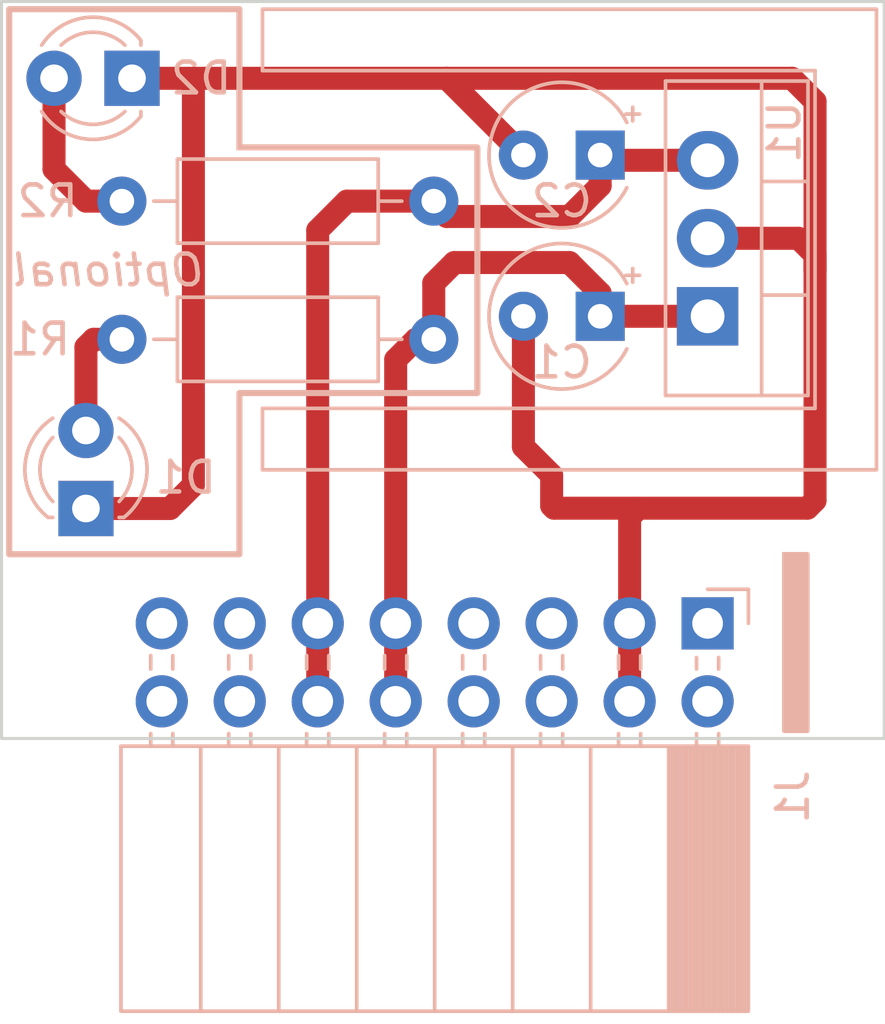
<source format=kicad_pcb>
(kicad_pcb (version 20211014) (generator pcbnew)
  (title_block (title "5V Power Bus Plugin") (date "2023-01-21") (rev "1.0"))
  (layers (0 "F.Cu" signal) (31 "B.Cu" signal) (34 "B.Paste" user) (35 "F.Paste" user) (36 "B.SilkS" user "B.Silkscreen") (37 "F.SilkS" user "F.Silkscreen") (38 "B.Mask" user) (39 "F.Mask" user) (44 "Edge.Cuts" user))
  (net 0 "")
  (net 1 "Net-(C1-Pad1)")
  (net 2 "Net-(C1-Pad2)")
  (net 3 "Net-(C2-Pad1)")
  (net 4 "Net-(D1-Pad2)")
  (net 5 "Net-(D2-Pad2)")
  (footprint "Resistor_THT:R_Axial_DIN0207_L6.3mm_D2.5mm_P10.16mm_Horizontal" (layer "B.Cu") (at 163.83 81.5 180)
    (fp_text reference "R2" (at 12.58 0) (layer "B.SilkS") (effects (justify mirror)))
    (fp_text value "150" hide)
    (fp_line (start 8.35 1.37) (end 1.81 1.37) (layer "B.SilkS") (width 0.12))
    (fp_line (start 8.35 -1.37) (end 8.35 1.37) (layer "B.SilkS") (width 0.12))
    (fp_line (start 1.81 1.37) (end 1.81 -1.37) (layer "B.SilkS") (width 0.12))
    (fp_line (start 9.12 0) (end 8.35 0) (layer "B.SilkS") (width 0.12))
    (fp_line (start 1.04 0) (end 1.81 0) (layer "B.SilkS") (width 0.12))
    (fp_line (start 1.81 -1.37) (end 8.35 -1.37) (layer "B.SilkS") (width 0.12))
    (pad "1" thru_hole circle (at 0 0 180) (size 1.6 1.6) (drill 0.8) (layers *.Cu *.Mask) (net 3 "Net-(C2-Pad1)"))
    (pad "2" thru_hole oval (at 10.16 0 180) (size 1.6 1.6) (drill 0.8) (layers *.Cu *.Mask) (net 5 "Net-(D2-Pad2)"))
  )
  (footprint "aRTyTea_Library:Heatsink KP6 Vertical" (layer "B.Cu") (at 178.25 82.75 -90)
    (fp_text reference "REF**" hide)
    (fp_text value "Heatsink KP6 Vertical" hide)
    (fp_line (start 5.5 2) (end 5.5 20) (layer "B.SilkS") (width 0.12))
    (fp_line (start 5.5 2) (end -5.5 2) (layer "B.SilkS") (width 0.12))
    (fp_line (start 7.5 20) (end 5.5 20) (layer "B.SilkS") (width 0.12))
    (fp_line (start -7.5 20) (end -7.5 0) (layer "B.SilkS") (width 0.12))
    (fp_line (start -5.5 20) (end -7.5 20) (layer "B.SilkS") (width 0.12))
    (fp_line (start 7.5 0) (end -7.5 0) (layer "B.SilkS") (width 0.12))
    (fp_line (start 7.5 0) (end 7.5 20) (layer "B.SilkS") (width 0.12))
    (fp_line (start -5.5 20) (end -5.5 2) (layer "B.SilkS") (width 0.12))
  )
  (footprint "Capacitor_THT:CP_Radial_Tantal_D4.5mm_P2.50mm" (layer "B.Cu") (at 169.25 80 180)
    (fp_text reference "C2" (at 1.25 -1.5) (layer "B.SilkS") (effects (justify mirror)))
    (fp_text value "0.1 (Ta)" hide)
    (fp_line (start -1.062288 1.56) (end -1.062288 1.11) (layer "B.SilkS") (width 0.12))
    (fp_line (start -1.287288 1.335) (end -0.837288 1.335) (layer "B.SilkS") (width 0.12))
    (fp_arc (start -0.869741 -1.06) (mid 3.62 0) (end -0.869741 1.06) (layer "B.SilkS") (width 0.12))
    (pad "1" thru_hole rect (at 0 0 180) (size 1.6 1.6) (drill 0.8) (layers *.Cu *.Mask) (net 3 "Net-(C2-Pad1)"))
    (pad "2" thru_hole circle (at 2.5 0 180) (size 1.6 1.6) (drill 0.8) (layers *.Cu *.Mask) (net 2 "Net-(C1-Pad2)"))
  )
  (footprint "Capacitor_THT:CP_Radial_Tantal_D4.5mm_P2.50mm" (layer "B.Cu") (at 169.25 85.25 180)
    (fp_text reference "C1" (at 1.25 -1.5 180) (layer "B.SilkS") (effects (justify mirror)))
    (fp_text value "0.33 (Ta)" hide)
    (fp_line (start -1.062288 1.56) (end -1.062288 1.11) (layer "B.SilkS") (width 0.12))
    (fp_line (start -1.287288 1.335) (end -0.837288 1.335) (layer "B.SilkS") (width 0.12))
    (fp_arc (start -0.869741 -1.06) (mid 3.62 0) (end -0.869741 1.06) (layer "B.SilkS") (width 0.12))
    (pad "1" thru_hole rect (at 0 0 180) (size 1.6 1.6) (drill 0.8) (layers *.Cu *.Mask) (net 1 "Net-(C1-Pad1)"))
    (pad "2" thru_hole circle (at 2.5 0 180) (size 1.6 1.6) (drill 0.8) (layers *.Cu *.Mask) (net 2 "Net-(C1-Pad2)"))
  )
  (footprint "LED_THT:LED_D3.0mm" (layer "B.Cu") (at 152.5 91.51 90)
    (fp_text reference "D1" (at 1.01 3.25) (layer "B.SilkS") (effects (justify mirror)))
    (fp_text value "LED" hide)
    (fp_line (start -0.29 1.236) (end -0.29 1.08) (layer "B.SilkS") (width 0.12))
    (fp_line (start -0.29 -1.08) (end -0.29 -1.236) (layer "B.SilkS") (width 0.12))
    (fp_arc (start -0.29 -1.235516) (mid 1.366487 -1.987659) (end 2.942335 -1.078608) (layer "B.SilkS") (width 0.12))
    (fp_arc (start 2.31113 1.079837) (mid 1.270117 1.5) (end 0.229039 1.08) (layer "B.SilkS") (width 0.12))
    (fp_arc (start 0.229039 -1.08) (mid 1.270117 -1.5) (end 2.31113 -1.079837) (layer "B.SilkS") (width 0.12))
    (fp_arc (start 2.942335 1.078608) (mid 1.366487 1.987659) (end -0.29 1.235516) (layer "B.SilkS") (width 0.12))
    (pad "1" thru_hole rect (at 0 0 90) (size 1.8 1.8) (drill 0.9) (layers *.Cu *.Mask) (net 2 "Net-(C1-Pad2)"))
    (pad "2" thru_hole circle (at 2.54 0 90) (size 1.8 1.8) (drill 0.9) (layers *.Cu *.Mask) (net 4 "Net-(D1-Pad2)"))
  )
  (footprint "Package_TO_SOT_THT:TO-220-3_Vertical" (layer "B.Cu") (at 172.75 85.25 90)
    (fp_text reference "U1" (at 6 2.5 90) (layer "B.SilkS") (effects (justify mirror)))
    (fp_text value "L7805" hide)
    (fp_line (start -2.58 3.27) (end 7.66 3.27) (layer "B.SilkS") (width 0.12))
    (fp_line (start -2.58 1.76) (end 7.66 1.76) (layer "B.SilkS") (width 0.12))
    (fp_line (start 7.66 3.27) (end 7.66 -1.371) (layer "B.SilkS") (width 0.12))
    (fp_line (start -2.58 3.27) (end -2.58 -1.371) (layer "B.SilkS") (width 0.12))
    (fp_line (start -2.58 -1.371) (end 7.66 -1.371) (layer "B.SilkS") (width 0.12))
    (fp_line (start 0.69 3.27) (end 0.69 1.76) (layer "B.SilkS") (width 0.12))
    (fp_line (start 4.391 3.27) (end 4.391 1.76) (layer "B.SilkS") (width 0.12))
    (pad "1" thru_hole rect (at 0 0 90) (size 1.905 2) (drill 1.1) (layers *.Cu *.Mask) (net 1 "Net-(C1-Pad1)"))
    (pad "2" thru_hole oval (at 2.54 0 90) (size 1.905 2) (drill 1.1) (layers *.Cu *.Mask) (net 2 "Net-(C1-Pad2)"))
    (pad "3" thru_hole oval (at 5.08 0 90) (size 1.905 2) (drill 1.1) (layers *.Cu *.Mask) (net 3 "Net-(C2-Pad1)"))
  )
  (footprint "LED_THT:LED_D3.0mm" (layer "B.Cu") (at 154 77.5 180)
    (fp_text reference "D2" (at -2.25 0) (layer "B.SilkS") (effects (justify mirror)))
    (fp_text value "LED" hide)
    (fp_line (start -0.29 -1.08) (end -0.29 -1.236) (layer "B.SilkS") (width 0.12))
    (fp_line (start -0.29 1.236) (end -0.29 1.08) (layer "B.SilkS") (width 0.12))
    (fp_arc (start 2.31113 1.079837) (mid 1.270117 1.5) (end 0.229039 1.08) (layer "B.SilkS") (width 0.12))
    (fp_arc (start 2.942335 1.078608) (mid 1.366487 1.987659) (end -0.29 1.235516) (layer "B.SilkS") (width 0.12))
    (fp_arc (start 0.229039 -1.08) (mid 1.270117 -1.5) (end 2.31113 -1.079837) (layer "B.SilkS") (width 0.12))
    (fp_arc (start -0.29 -1.235516) (mid 1.366487 -1.987659) (end 2.942335 -1.078608) (layer "B.SilkS") (width 0.12))
    (pad "1" thru_hole rect (at 0 0 180) (size 1.8 1.8) (drill 0.9) (layers *.Cu *.Mask) (net 2 "Net-(C1-Pad2)"))
    (pad "2" thru_hole circle (at 2.54 0 180) (size 1.8 1.8) (drill 0.9) (layers *.Cu *.Mask) (net 5 "Net-(D2-Pad2)"))
  )
  (footprint "Connector_PinSocket_2.54mm:PinSocket_2x08_P2.54mm_Horizontal" (layer "B.Cu") (at 172.75 95.25 90)
    (fp_text reference "J1" (at -5.65 2.77 90) (layer "B.SilkS") (effects (justify mirror)))
    (fp_text value "Conn_02x08_Odd_Even" hide)
    (fp_line (start -4 -14.88) (end -3.59 -14.88) (layer "B.SilkS") (width 0.12))
    (fp_line (start -12.63 -3.81) (end -4 -3.81) (layer "B.SilkS") (width 0.12))
    (fp_line (start -12.63 0.383335) (end -4 0.383335) (layer "B.SilkS") (width 0.12))
    (fp_line (start -4 -12.34) (end -3.59 -12.34) (layer "B.SilkS") (width 0.12))
    (fp_line (start -12.63 0.26524) (end -4 0.26524) (layer "B.SilkS") (width 0.12))
    (fp_line (start -4 -18.14) (end -3.59 -18.14) (layer "B.SilkS") (width 0.12))
    (fp_line (start -1.49 -18.14) (end -1.05 -18.14) (layer "B.SilkS") (width 0.12))
    (fp_line (start -4 0.36) (end -3.59 0.36) (layer "B.SilkS") (width 0.12))
    (fp_line (start -1.49 -2.18) (end -1.05 -2.18) (layer "B.SilkS") (width 0.12))
    (fp_line (start -12.63 1.091905) (end -4 1.091905) (layer "B.SilkS") (width 0.12))
    (fp_line (start -12.63 -13.97) (end -4 -13.97) (layer "B.SilkS") (width 0.12))
    (fp_line (start -12.63 -16.51) (end -4 -16.51) (layer "B.SilkS") (width 0.12))
    (fp_line (start -1.49 -7.26) (end -1.05 -7.26) (layer "B.SilkS") (width 0.12))
    (fp_line (start -1.49 -15.6) (end -1.05 -15.6) (layer "B.SilkS") (width 0.12))
    (fp_line (start -12.63 -0.91571) (end -4 -0.91571) (layer "B.SilkS") (width 0.12))
    (fp_line (start -12.63 0.97381) (end -4 0.97381) (layer "B.SilkS") (width 0.12))
    (fp_line (start -1.49 -2.9) (end -1.05 -2.9) (layer "B.SilkS") (width 0.12))
    (fp_line (start -4 -0.36) (end -3.59 -0.36) (layer "B.SilkS") (width 0.12))
    (fp_line (start -4 -9.8) (end -3.59 -9.8) (layer "B.SilkS") (width 0.12))
    (fp_line (start -12.63 -1.033805) (end -4 -1.033805) (layer "B.SilkS") (width 0.12))
    (fp_line (start -1.49 -12.34) (end -1.05 -12.34) (layer "B.SilkS") (width 0.12))
    (fp_line (start -1.49 -4.72) (end -1.05 -4.72) (layer "B.SilkS") (width 0.12))
    (fp_line (start -12.63 1.33) (end -4 1.33) (layer "B.SilkS") (width 0.12))
    (fp_line (start -12.63 -1.1519) (end -4 -1.1519) (layer "B.SilkS") (width 0.12))
    (fp_line (start -4 1.33) (end -4 -19.11) (layer "B.SilkS") (width 0.12))
    (fp_line (start -12.63 0.855715) (end -4 0.855715) (layer "B.SilkS") (width 0.12))
    (fp_line (start -12.63 1.21) (end -4 1.21) (layer "B.SilkS") (width 0.12))
    (fp_line (start -12.63 -1.27) (end -4 -1.27) (layer "B.SilkS") (width 0.12))
    (fp_line (start -12.63 0.50143) (end -4 0.50143) (layer "B.SilkS") (width 0.12))
    (fp_line (start -4 -4.72) (end -3.59 -4.72) (layer "B.SilkS") (width 0.12))
    (fp_line (start -1.49 -9.8) (end -1.05 -9.8) (layer "B.SilkS") (width 0.12))
    (fp_line (start -12.63 -0.20714) (end -4 -0.20714) (layer "B.SilkS") (width 0.12))
    (fp_line (start -12.63 -0.089045) (end -4 -0.089045) (layer "B.SilkS") (width 0.12))
    (fp_line (start -1.49 0.36) (end -1.11 0.36) (layer "B.SilkS") (width 0.12))
    (fp_line (start -1.49 -0.36) (end -1.11 -0.36) (layer "B.SilkS") (width 0.12))
    (fp_line (start -12.63 -19.11) (end -4 -19.11) (layer "B.SilkS") (width 0.12))
    (fp_line (start -12.63 -8.89) (end -4 -8.89) (layer "B.SilkS") (width 0.12))
    (fp_line (start -1.49 -17.42) (end -1.05 -17.42) (layer "B.SilkS") (width 0.12))
    (fp_line (start -12.63 -0.67952) (end -4 -0.67952) (layer "B.SilkS") (width 0.12))
    (fp_line (start -1.49 -10.52) (end -1.05 -10.52) (layer "B.SilkS") (width 0.12))
    (fp_line (start -1.49 -7.98) (end -1.05 -7.98) (layer "B.SilkS") (width 0.12))
    (fp_line (start -4 -2.18) (end -3.59 -2.18) (layer "B.SilkS") (width 0.12))
    (fp_line (start -4 -7.26) (end -3.59 -7.26) (layer "B.SilkS") (width 0.12))
    (fp_line (start -12.63 0.619525) (end -4 0.619525) (layer "B.SilkS") (width 0.12))
    (fp_line (start -1.49 -14.88) (end -1.05 -14.88) (layer "B.SilkS") (width 0.12))
    (fp_line (start -4 -15.6) (end -3.59 -15.6) (layer "B.SilkS") (width 0.12))
    (fp_line (start -12.63 0.02905) (end -4 0.02905) (layer "B.SilkS") (width 0.12))
    (fp_line (start 0 1.33) (end 1.11 1.33) (layer "B.SilkS") (width 0.12))
    (fp_line (start -12.63 -0.44333) (end -4 -0.44333) (layer "B.SilkS") (width 0.12))
    (fp_line (start -4 -10.52) (end -3.59 -10.52) (layer "B.SilkS") (width 0.12))
    (fp_line (start -1.49 -5.44) (end -1.05 -5.44) (layer "B.SilkS") (width 0.12))
    (fp_line (start -12.63 -11.43) (end -4 -11.43) (layer "B.SilkS") (width 0.12))
    (fp_line (start -4 -17.42) (end -3.59 -17.42) (layer "B.SilkS") (width 0.12))
    (fp_line (start -12.63 0.73762) (end -4 0.73762) (layer "B.SilkS") (width 0.12))
    (fp_line (start -4 -13.06) (end -3.59 -13.06) (layer "B.SilkS") (width 0.12))
    (fp_line (start -12.63 -0.561425) (end -4 -0.561425) (layer "B.SilkS") (width 0.12))
    (fp_line (start -12.63 0.147145) (end -4 0.147145) (layer "B.SilkS") (width 0.12))
    (fp_line (start -4 -2.9) (end -3.59 -2.9) (layer "B.SilkS") (width 0.12))
    (fp_line (start -12.63 -6.35) (end -4 -6.35) (layer "B.SilkS") (width 0.12))
    (fp_line (start 1.11 1.33) (end 1.11 0) (layer "B.SilkS") (width 0.12))
    (fp_line (start -12.63 -0.325235) (end -4 -0.325235) (layer "B.SilkS") (width 0.12))
    (fp_line (start -4 -7.98) (end -3.59 -7.98) (layer "B.SilkS") (width 0.12))
    (fp_line (start -1.49 -13.06) (end -1.05 -13.06) (layer "B.SilkS") (width 0.12))
    (fp_line (start -12.63 -0.797615) (end -4 -0.797615) (layer "B.SilkS") (width 0.12))
    (fp_line (start -4 -5.44) (end -3.59 -5.44) (layer "B.SilkS") (width 0.12))
    (fp_line (start -12.63 1.33) (end -12.63 -19.11) (layer "B.SilkS") (width 0.12))
    (pad "1" thru_hole rect (at 0 0 90) (size 1.7 1.7) (drill 1) (layers *.Cu *.Mask))
    (pad "2" thru_hole oval (at -2.54 0 90) (size 1.7 1.7) (drill 1) (layers *.Cu *.Mask))
    (pad "3" thru_hole oval (at 0 -2.54 90) (size 1.7 1.7) (drill 1) (layers *.Cu *.Mask) (net 2 "Net-(C1-Pad2)"))
    (pad "4" thru_hole oval (at -2.54 -2.54 90) (size 1.7 1.7) (drill 1) (layers *.Cu *.Mask) (net 2 "Net-(C1-Pad2)"))
    (pad "5" thru_hole oval (at 0 -5.08 90) (size 1.7 1.7) (drill 1) (layers *.Cu *.Mask))
    (pad "6" thru_hole oval (at -2.54 -5.08 90) (size 1.7 1.7) (drill 1) (layers *.Cu *.Mask))
    (pad "7" thru_hole oval (at 0 -7.62 90) (size 1.7 1.7) (drill 1) (layers *.Cu *.Mask))
    (pad "8" thru_hole oval (at -2.54 -7.62 90) (size 1.7 1.7) (drill 1) (layers *.Cu *.Mask))
    (pad "9" thru_hole oval (at 0 -10.16 90) (size 1.7 1.7) (drill 1) (layers *.Cu *.Mask) (net 1 "Net-(C1-Pad1)"))
    (pad "10" thru_hole oval (at -2.54 -10.16 90) (size 1.7 1.7) (drill 1) (layers *.Cu *.Mask) (net 1 "Net-(C1-Pad1)"))
    (pad "11" thru_hole oval (at 0 -12.7 90) (size 1.7 1.7) (drill 1) (layers *.Cu *.Mask) (net 3 "Net-(C2-Pad1)"))
    (pad "12" thru_hole oval (at -2.54 -12.7 90) (size 1.7 1.7) (drill 1) (layers *.Cu *.Mask) (net 3 "Net-(C2-Pad1)"))
    (pad "13" thru_hole oval (at 0 -15.24 90) (size 1.7 1.7) (drill 1) (layers *.Cu *.Mask))
    (pad "14" thru_hole oval (at -2.54 -15.24 90) (size 1.7 1.7) (drill 1) (layers *.Cu *.Mask))
    (pad "15" thru_hole oval (at 0 -17.78 90) (size 1.7 1.7) (drill 1) (layers *.Cu *.Mask))
    (pad "16" thru_hole oval (at -2.54 -17.78 90) (size 1.7 1.7) (drill 1) (layers *.Cu *.Mask))
  )
  (footprint "Resistor_THT:R_Axial_DIN0207_L6.3mm_D2.5mm_P10.16mm_Horizontal" (layer "B.Cu") (at 163.83 86 180)
    (fp_text reference "R1" (at 12.83 0) (layer "B.SilkS") (effects (justify mirror)))
    (fp_text value "560" hide)
    (fp_line (start 8.35 1.37) (end 1.81 1.37) (layer "B.SilkS") (width 0.12))
    (fp_line (start 1.81 1.37) (end 1.81 -1.37) (layer "B.SilkS") (width 0.12))
    (fp_line (start 1.81 -1.37) (end 8.35 -1.37) (layer "B.SilkS") (width 0.12))
    (fp_line (start 1.04 0) (end 1.81 0) (layer "B.SilkS") (width 0.12))
    (fp_line (start 8.35 -1.37) (end 8.35 1.37) (layer "B.SilkS") (width 0.12))
    (fp_line (start 9.12 0) (end 8.35 0) (layer "B.SilkS") (width 0.12))
    (pad "1" thru_hole circle (at 0 0 180) (size 1.6 1.6) (drill 0.8) (layers *.Cu *.Mask) (net 1 "Net-(C1-Pad1)"))
    (pad "2" thru_hole oval (at 10.16 0 180) (size 1.6 1.6) (drill 0.8) (layers *.Cu *.Mask) (net 4 "Net-(D1-Pad2)"))
  )
  (gr_rect (start 175.25 93) (end 176 98.75) (layer "B.SilkS") (width 0.15) (fill solid))
  (gr_poly (pts (xy 157.5 79.75) (xy 165.25 79.75) (xy 165.25 87.75) (xy 157.5 87.75) (xy 157.5 93) (xy 150 93) (xy 150 75.25) (xy 157.5 75.25)) (layer "B.SilkS") (width 0.2) (fill none))
  (gr_line (start 178.5 99) (end 149.75 99) (layer "Edge.Cuts") (width 0.1))
  (gr_line (start 149.75 99) (end 149.75 75) (layer "Edge.Cuts") (width 0.1))
  (gr_line (start 178.5 75) (end 178.5 99) (layer "Edge.Cuts") (width 0.1))
  (gr_line (start 149.75 75) (end 178.5 75) (layer "Edge.Cuts") (width 0.1))
  (gr_text "Optional" (at 153.25 83.75) (layer "B.SilkS") (effects (font (size 1 1) (thickness 0.15) italic) (justify mirror)))
  (segment (start 163.25 86) (end 162.59 86.66) (width 0.75) (layer "F.Cu") (net 1))
  (segment (start 163.83 86) (end 163.25 86) (width 0.75) (layer "F.Cu") (net 1))
  (segment (start 163.83 86) (end 163.83 84.17) (width 0.75) (layer "F.Cu") (net 1))
  (segment (start 169.25 84.5) (end 169.25 85.25) (width 0.75) (layer "F.Cu") (net 1))
  (segment (start 163.83 84.17) (end 164.5 83.5) (width 0.75) (layer "F.Cu") (net 1))
  (segment (start 168.25 83.5) (end 169.25 84.5) (width 0.75) (layer "F.Cu") (net 1))
  (segment (start 162.59 86.66) (end 162.59 95.25) (width 0.75) (layer "F.Cu") (net 1))
  (segment (start 164.5 83.5) (end 168.25 83.5) (width 0.75) (layer "F.Cu") (net 1))
  (segment (start 162.59 97.79) (end 162.59 95.25) (width 0.75) (layer "F.Cu") (net 1))
  (segment (start 172.75 85.25) (end 169.25 85.25) (width 0.75) (layer "F.Cu") (net 1))
  (segment (start 170.21 95.25) (end 170.21 91.79) (width 0.75) (layer "F.Cu") (net 2))
  (segment (start 166.75 89.5) (end 167.67 90.42) (width 0.75) (layer "F.Cu") (net 2))
  (segment (start 166.75 85.25) (end 166.75 89.5) (width 0.75) (layer "F.Cu") (net 2))
  (segment (start 170.21 91.79) (end 170.5 91.5) (width 0.75) (layer "F.Cu") (net 2))
  (segment (start 170.21 97.79) (end 170.21 95.25) (width 0.75) (layer "F.Cu") (net 2))
  (segment (start 170.5 91.5) (end 167.75 91.5) (width 0.75) (layer "F.Cu") (net 2))
  (segment (start 176.25 91.25) (end 176 91.5) (width 0.75) (layer "F.Cu") (net 2))
  (segment (start 164.25 77.5) (end 175.5 77.5) (width 0.75) (layer "F.Cu") (net 2))
  (segment (start 164.25 77.5) (end 166.75 80) (width 0.75) (layer "F.Cu") (net 2))
  (segment (start 155.24 91.51) (end 156 90.75) (width 0.75) (layer "F.Cu") (net 2))
  (segment (start 172.75 82.71) (end 175.71 82.71) (width 0.75) (layer "F.Cu") (net 2))
  (segment (start 176.25 83.25) (end 176.25 83.75) (width 0.75) (layer "F.Cu") (net 2))
  (segment (start 176.25 78.25) (end 176.25 83.75) (width 0.75) (layer "F.Cu") (net 2))
  (segment (start 167.67 90.42) (end 167.67 91.42) (width 0.75) (layer "F.Cu") (net 2))
  (segment (start 156 90.75) (end 156 77.5) (width 0.75) (layer "F.Cu") (net 2))
  (segment (start 154 77.5) (end 156 77.5) (width 0.75) (layer "F.Cu") (net 2))
  (segment (start 152.5 91.51) (end 155.24 91.51) (width 0.75) (layer "F.Cu") (net 2))
  (segment (start 176 91.5) (end 170.5 91.5) (width 0.75) (layer "F.Cu") (net 2))
  (segment (start 175.71 82.71) (end 176.25 83.25) (width 0.75) (layer "F.Cu") (net 2))
  (segment (start 175.5 77.5) (end 176.25 78.25) (width 0.75) (layer "F.Cu") (net 2))
  (segment (start 176.25 83.75) (end 176.25 91.25) (width 0.75) (layer "F.Cu") (net 2))
  (segment (start 167.75 91.5) (end 167.67 91.42) (width 0.75) (layer "F.Cu") (net 2))
  (segment (start 156 77.5) (end 164.25 77.5) (width 0.75) (layer "F.Cu") (net 2))
  (segment (start 163.83 81.5) (end 163.83 81.58) (width 0.75) (layer "F.Cu") (net 3))
  (segment (start 161 81.5) (end 160.05 82.45) (width 0.75) (layer "F.Cu") (net 3))
  (segment (start 169.25 81) (end 169.25 80) (width 0.75) (layer "F.Cu") (net 3))
  (segment (start 160.05 97.79) (end 160.05 95.25) (width 0.75) (layer "F.Cu") (net 3))
  (segment (start 169.42 80.17) (end 169.25 80) (width 0.75) (layer "F.Cu") (net 3))
  (segment (start 163.83 81.5) (end 161 81.5) (width 0.75) (layer "F.Cu") (net 3))
  (segment (start 160.05 82.45) (end 160.05 95.25) (width 0.75) (layer "F.Cu") (net 3))
  (segment (start 172.75 80.17) (end 169.42 80.17) (width 0.75) (layer "F.Cu") (net 3))
  (segment (start 163.83 81.58) (end 164.25 82) (width 0.75) (layer "F.Cu") (net 3))
  (segment (start 168.25 82) (end 169.25 81) (width 0.75) (layer "F.Cu") (net 3))
  (segment (start 164.25 82) (end 168.25 82) (width 0.75) (layer "F.Cu") (net 3))
  (segment (start 153.67 86) (end 152.75 86) (width 0.75) (layer "F.Cu") (net 4))
  (segment (start 152.5 86.25) (end 152.5 88.97) (width 0.75) (layer "F.Cu") (net 4))
  (segment (start 152.75 86) (end 152.5 86.25) (width 0.75) (layer "F.Cu") (net 4))
  (segment (start 151.46 80.46) (end 152.5 81.5) (width 0.75) (layer "F.Cu") (net 5))
  (segment (start 151.46 77.5) (end 151.46 80.46) (width 0.75) (layer "F.Cu") (net 5))
  (segment (start 152.5 81.5) (end 153.67 81.5) (width 0.75) (layer "F.Cu") (net 5))
)
</source>
